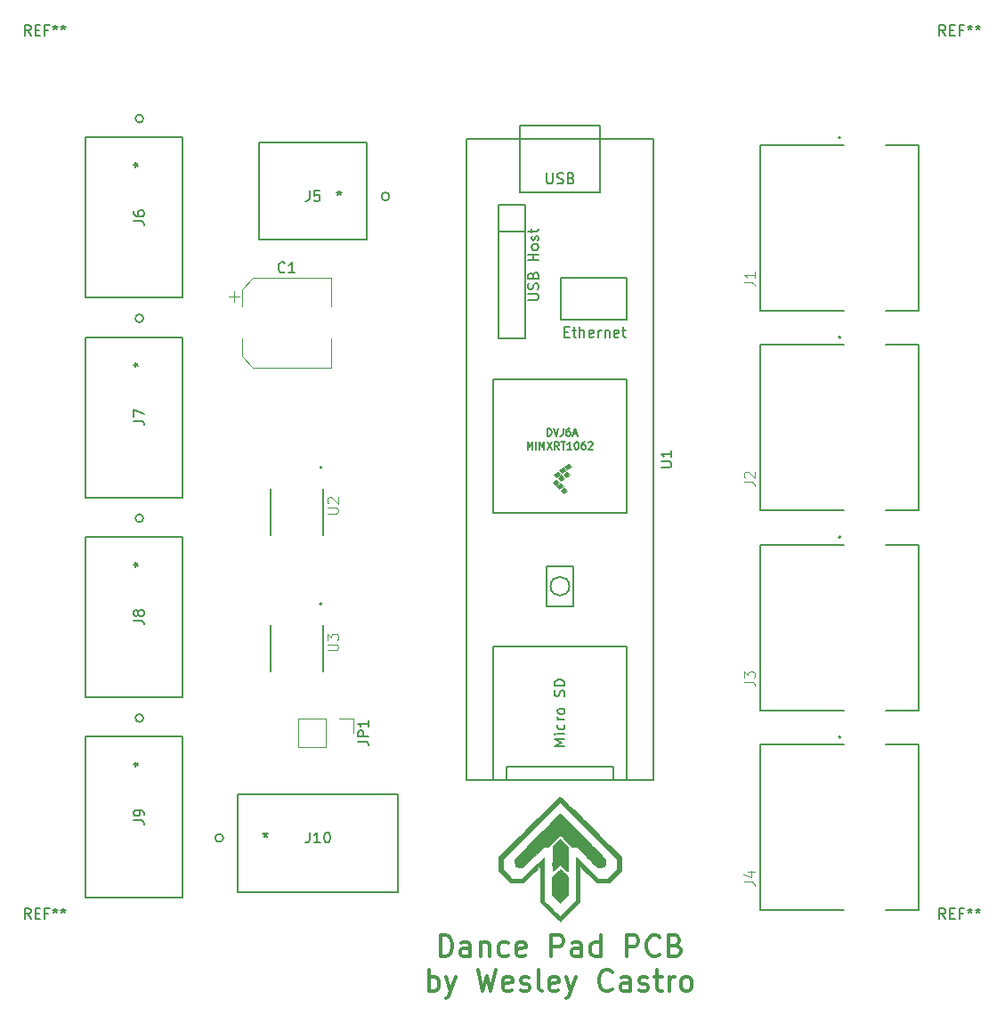
<source format=gbr>
G04 #@! TF.GenerationSoftware,KiCad,Pcbnew,(5.1.7-0-10_14)*
G04 #@! TF.CreationDate,2020-11-21T12:18:44-08:00*
G04 #@! TF.ProjectId,Main PCB,4d61696e-2050-4434-922e-6b696361645f,1*
G04 #@! TF.SameCoordinates,Original*
G04 #@! TF.FileFunction,Legend,Top*
G04 #@! TF.FilePolarity,Positive*
%FSLAX46Y46*%
G04 Gerber Fmt 4.6, Leading zero omitted, Abs format (unit mm)*
G04 Created by KiCad (PCBNEW (5.1.7-0-10_14)) date 2020-11-21 12:18:44*
%MOMM*%
%LPD*%
G01*
G04 APERTURE LIST*
%ADD10C,0.300000*%
%ADD11C,0.120000*%
%ADD12C,0.010000*%
%ADD13C,0.200000*%
%ADD14C,0.127000*%
%ADD15C,0.100000*%
%ADD16C,0.150000*%
%ADD17C,0.152400*%
%ADD18C,0.015000*%
G04 APERTURE END LIST*
D10*
X22619047Y-60254761D02*
X22619047Y-58254761D01*
X23095238Y-58254761D01*
X23380952Y-58350000D01*
X23571428Y-58540476D01*
X23666666Y-58730952D01*
X23761904Y-59111904D01*
X23761904Y-59397619D01*
X23666666Y-59778571D01*
X23571428Y-59969047D01*
X23380952Y-60159523D01*
X23095238Y-60254761D01*
X22619047Y-60254761D01*
X25476190Y-60254761D02*
X25476190Y-59207142D01*
X25380952Y-59016666D01*
X25190476Y-58921428D01*
X24809523Y-58921428D01*
X24619047Y-59016666D01*
X25476190Y-60159523D02*
X25285714Y-60254761D01*
X24809523Y-60254761D01*
X24619047Y-60159523D01*
X24523809Y-59969047D01*
X24523809Y-59778571D01*
X24619047Y-59588095D01*
X24809523Y-59492857D01*
X25285714Y-59492857D01*
X25476190Y-59397619D01*
X26428571Y-58921428D02*
X26428571Y-60254761D01*
X26428571Y-59111904D02*
X26523809Y-59016666D01*
X26714285Y-58921428D01*
X27000000Y-58921428D01*
X27190476Y-59016666D01*
X27285714Y-59207142D01*
X27285714Y-60254761D01*
X29095238Y-60159523D02*
X28904761Y-60254761D01*
X28523809Y-60254761D01*
X28333333Y-60159523D01*
X28238095Y-60064285D01*
X28142857Y-59873809D01*
X28142857Y-59302380D01*
X28238095Y-59111904D01*
X28333333Y-59016666D01*
X28523809Y-58921428D01*
X28904761Y-58921428D01*
X29095238Y-59016666D01*
X30714285Y-60159523D02*
X30523809Y-60254761D01*
X30142857Y-60254761D01*
X29952380Y-60159523D01*
X29857142Y-59969047D01*
X29857142Y-59207142D01*
X29952380Y-59016666D01*
X30142857Y-58921428D01*
X30523809Y-58921428D01*
X30714285Y-59016666D01*
X30809523Y-59207142D01*
X30809523Y-59397619D01*
X29857142Y-59588095D01*
X33190476Y-60254761D02*
X33190476Y-58254761D01*
X33952380Y-58254761D01*
X34142857Y-58350000D01*
X34238095Y-58445238D01*
X34333333Y-58635714D01*
X34333333Y-58921428D01*
X34238095Y-59111904D01*
X34142857Y-59207142D01*
X33952380Y-59302380D01*
X33190476Y-59302380D01*
X36047619Y-60254761D02*
X36047619Y-59207142D01*
X35952380Y-59016666D01*
X35761904Y-58921428D01*
X35380952Y-58921428D01*
X35190476Y-59016666D01*
X36047619Y-60159523D02*
X35857142Y-60254761D01*
X35380952Y-60254761D01*
X35190476Y-60159523D01*
X35095238Y-59969047D01*
X35095238Y-59778571D01*
X35190476Y-59588095D01*
X35380952Y-59492857D01*
X35857142Y-59492857D01*
X36047619Y-59397619D01*
X37857142Y-60254761D02*
X37857142Y-58254761D01*
X37857142Y-60159523D02*
X37666666Y-60254761D01*
X37285714Y-60254761D01*
X37095238Y-60159523D01*
X37000000Y-60064285D01*
X36904761Y-59873809D01*
X36904761Y-59302380D01*
X37000000Y-59111904D01*
X37095238Y-59016666D01*
X37285714Y-58921428D01*
X37666666Y-58921428D01*
X37857142Y-59016666D01*
X40333333Y-60254761D02*
X40333333Y-58254761D01*
X41095238Y-58254761D01*
X41285714Y-58350000D01*
X41380952Y-58445238D01*
X41476190Y-58635714D01*
X41476190Y-58921428D01*
X41380952Y-59111904D01*
X41285714Y-59207142D01*
X41095238Y-59302380D01*
X40333333Y-59302380D01*
X43476190Y-60064285D02*
X43380952Y-60159523D01*
X43095238Y-60254761D01*
X42904761Y-60254761D01*
X42619047Y-60159523D01*
X42428571Y-59969047D01*
X42333333Y-59778571D01*
X42238095Y-59397619D01*
X42238095Y-59111904D01*
X42333333Y-58730952D01*
X42428571Y-58540476D01*
X42619047Y-58350000D01*
X42904761Y-58254761D01*
X43095238Y-58254761D01*
X43380952Y-58350000D01*
X43476190Y-58445238D01*
X45000000Y-59207142D02*
X45285714Y-59302380D01*
X45380952Y-59397619D01*
X45476190Y-59588095D01*
X45476190Y-59873809D01*
X45380952Y-60064285D01*
X45285714Y-60159523D01*
X45095238Y-60254761D01*
X44333333Y-60254761D01*
X44333333Y-58254761D01*
X45000000Y-58254761D01*
X45190476Y-58350000D01*
X45285714Y-58445238D01*
X45380952Y-58635714D01*
X45380952Y-58826190D01*
X45285714Y-59016666D01*
X45190476Y-59111904D01*
X45000000Y-59207142D01*
X44333333Y-59207142D01*
X21523809Y-63554761D02*
X21523809Y-61554761D01*
X21523809Y-62316666D02*
X21714285Y-62221428D01*
X22095238Y-62221428D01*
X22285714Y-62316666D01*
X22380952Y-62411904D01*
X22476190Y-62602380D01*
X22476190Y-63173809D01*
X22380952Y-63364285D01*
X22285714Y-63459523D01*
X22095238Y-63554761D01*
X21714285Y-63554761D01*
X21523809Y-63459523D01*
X23142857Y-62221428D02*
X23619047Y-63554761D01*
X24095238Y-62221428D02*
X23619047Y-63554761D01*
X23428571Y-64030952D01*
X23333333Y-64126190D01*
X23142857Y-64221428D01*
X26190476Y-61554761D02*
X26666666Y-63554761D01*
X27047619Y-62126190D01*
X27428571Y-63554761D01*
X27904761Y-61554761D01*
X29428571Y-63459523D02*
X29238095Y-63554761D01*
X28857142Y-63554761D01*
X28666666Y-63459523D01*
X28571428Y-63269047D01*
X28571428Y-62507142D01*
X28666666Y-62316666D01*
X28857142Y-62221428D01*
X29238095Y-62221428D01*
X29428571Y-62316666D01*
X29523809Y-62507142D01*
X29523809Y-62697619D01*
X28571428Y-62888095D01*
X30285714Y-63459523D02*
X30476190Y-63554761D01*
X30857142Y-63554761D01*
X31047619Y-63459523D01*
X31142857Y-63269047D01*
X31142857Y-63173809D01*
X31047619Y-62983333D01*
X30857142Y-62888095D01*
X30571428Y-62888095D01*
X30380952Y-62792857D01*
X30285714Y-62602380D01*
X30285714Y-62507142D01*
X30380952Y-62316666D01*
X30571428Y-62221428D01*
X30857142Y-62221428D01*
X31047619Y-62316666D01*
X32285714Y-63554761D02*
X32095238Y-63459523D01*
X31999999Y-63269047D01*
X31999999Y-61554761D01*
X33809523Y-63459523D02*
X33619047Y-63554761D01*
X33238095Y-63554761D01*
X33047619Y-63459523D01*
X32952380Y-63269047D01*
X32952380Y-62507142D01*
X33047619Y-62316666D01*
X33238095Y-62221428D01*
X33619047Y-62221428D01*
X33809523Y-62316666D01*
X33904761Y-62507142D01*
X33904761Y-62697619D01*
X32952380Y-62888095D01*
X34571428Y-62221428D02*
X35047619Y-63554761D01*
X35523809Y-62221428D02*
X35047619Y-63554761D01*
X34857142Y-64030952D01*
X34761904Y-64126190D01*
X34571428Y-64221428D01*
X38952380Y-63364285D02*
X38857142Y-63459523D01*
X38571428Y-63554761D01*
X38380952Y-63554761D01*
X38095238Y-63459523D01*
X37904761Y-63269047D01*
X37809523Y-63078571D01*
X37714285Y-62697619D01*
X37714285Y-62411904D01*
X37809523Y-62030952D01*
X37904761Y-61840476D01*
X38095238Y-61650000D01*
X38380952Y-61554761D01*
X38571428Y-61554761D01*
X38857142Y-61650000D01*
X38952380Y-61745238D01*
X40666666Y-63554761D02*
X40666666Y-62507142D01*
X40571428Y-62316666D01*
X40380952Y-62221428D01*
X40000000Y-62221428D01*
X39809523Y-62316666D01*
X40666666Y-63459523D02*
X40476190Y-63554761D01*
X40000000Y-63554761D01*
X39809523Y-63459523D01*
X39714285Y-63269047D01*
X39714285Y-63078571D01*
X39809523Y-62888095D01*
X40000000Y-62792857D01*
X40476190Y-62792857D01*
X40666666Y-62697619D01*
X41523809Y-63459523D02*
X41714285Y-63554761D01*
X42095238Y-63554761D01*
X42285714Y-63459523D01*
X42380952Y-63269047D01*
X42380952Y-63173809D01*
X42285714Y-62983333D01*
X42095238Y-62888095D01*
X41809523Y-62888095D01*
X41619047Y-62792857D01*
X41523809Y-62602380D01*
X41523809Y-62507142D01*
X41619047Y-62316666D01*
X41809523Y-62221428D01*
X42095238Y-62221428D01*
X42285714Y-62316666D01*
X42952380Y-62221428D02*
X43714285Y-62221428D01*
X43238095Y-61554761D02*
X43238095Y-63269047D01*
X43333333Y-63459523D01*
X43523809Y-63554761D01*
X43714285Y-63554761D01*
X44380952Y-63554761D02*
X44380952Y-62221428D01*
X44380952Y-62602380D02*
X44476190Y-62411904D01*
X44571428Y-62316666D01*
X44761904Y-62221428D01*
X44952380Y-62221428D01*
X45904761Y-63554761D02*
X45714285Y-63459523D01*
X45619047Y-63364285D01*
X45523809Y-63173809D01*
X45523809Y-62602380D01*
X45619047Y-62411904D01*
X45714285Y-62316666D01*
X45904761Y-62221428D01*
X46190476Y-62221428D01*
X46380952Y-62316666D01*
X46476190Y-62411904D01*
X46571428Y-62602380D01*
X46571428Y-63173809D01*
X46476190Y-63364285D01*
X46380952Y-63459523D01*
X46190476Y-63554761D01*
X45904761Y-63554761D01*
D11*
X12260000Y-4260000D02*
X12260000Y-1510000D01*
X12260000Y4260000D02*
X12260000Y1510000D01*
X4804437Y4260000D02*
X12260000Y4260000D01*
X4804437Y-4260000D02*
X12260000Y-4260000D01*
X3740000Y-3195563D02*
X3740000Y-1510000D01*
X3740000Y3195563D02*
X3740000Y1510000D01*
X3740000Y3195563D02*
X4804437Y4260000D01*
X3740000Y-3195563D02*
X4804437Y-4260000D01*
X2500000Y2510000D02*
X3500000Y2510000D01*
X3000000Y3010000D02*
X3000000Y2010000D01*
D12*
G36*
X34036043Y-45110611D02*
G01*
X34119708Y-45184362D01*
X34249188Y-45303982D01*
X34421710Y-45466772D01*
X34634498Y-45670035D01*
X34884778Y-45911071D01*
X35169775Y-46187182D01*
X35486714Y-46495670D01*
X35832820Y-46833836D01*
X36205318Y-47198981D01*
X36601435Y-47588408D01*
X37018395Y-47999418D01*
X37453422Y-48429312D01*
X37903744Y-48875391D01*
X38179864Y-49149428D01*
X39842241Y-50800428D01*
X39842121Y-51469075D01*
X39842000Y-52137721D01*
X39290164Y-52693718D01*
X38738328Y-53249714D01*
X37469059Y-53249714D01*
X36685969Y-52469571D01*
X36490061Y-52275224D01*
X36310377Y-52098548D01*
X36153397Y-51945790D01*
X36025600Y-51823197D01*
X35933466Y-51737016D01*
X35883476Y-51693494D01*
X35876726Y-51689428D01*
X35871462Y-51724536D01*
X35866553Y-51825145D01*
X35862105Y-51984188D01*
X35858227Y-52194595D01*
X35855027Y-52449297D01*
X35852613Y-52741226D01*
X35851092Y-53063312D01*
X35850572Y-53403120D01*
X35850572Y-55116812D01*
X34951692Y-56015691D01*
X34740553Y-56225353D01*
X34544033Y-56417673D01*
X34368340Y-56586792D01*
X34219685Y-56726848D01*
X34104278Y-56831979D01*
X34028329Y-56896324D01*
X33999376Y-56914571D01*
X33962088Y-56889693D01*
X33880088Y-56818971D01*
X33759577Y-56708272D01*
X33606761Y-56563465D01*
X33427841Y-56390416D01*
X33229022Y-56194994D01*
X33048044Y-56014707D01*
X32150149Y-55114842D01*
X32140717Y-53393064D01*
X32131286Y-51671285D01*
X31330352Y-52460500D01*
X30529418Y-53249714D01*
X29261672Y-53249714D01*
X28709836Y-52693718D01*
X28158000Y-52137721D01*
X28158000Y-51023214D01*
X28585151Y-51023214D01*
X28587572Y-51508268D01*
X28589992Y-51993321D01*
X29017500Y-52421946D01*
X29445009Y-52850571D01*
X30408033Y-52850571D01*
X31409447Y-51861785D01*
X31632677Y-51642398D01*
X31840712Y-51439913D01*
X32027731Y-51259851D01*
X32187911Y-51107732D01*
X32315430Y-50989074D01*
X32404465Y-50909396D01*
X32449195Y-50874219D01*
X32452502Y-50873000D01*
X32462136Y-50893585D01*
X32470569Y-50957763D01*
X32477891Y-51069163D01*
X32484193Y-51231417D01*
X32489565Y-51448155D01*
X32494098Y-51723007D01*
X32497882Y-52059605D01*
X32501007Y-52461580D01*
X32503521Y-52923125D01*
X32512898Y-54973250D01*
X33247046Y-55708053D01*
X33435994Y-55896560D01*
X33608180Y-56067177D01*
X33757001Y-56213455D01*
X33875855Y-56328943D01*
X33958137Y-56407192D01*
X33997245Y-56441753D01*
X33999344Y-56442857D01*
X34028665Y-56418214D01*
X34102575Y-56348579D01*
X34214468Y-56240396D01*
X34357734Y-56100108D01*
X34525768Y-55934155D01*
X34711961Y-55748983D01*
X34752605Y-55708403D01*
X35487714Y-54973949D01*
X35487714Y-52936428D01*
X35487865Y-52497821D01*
X35488423Y-52126233D01*
X35489546Y-51816113D01*
X35491391Y-51561910D01*
X35494116Y-51358070D01*
X35497879Y-51199044D01*
X35502838Y-51079279D01*
X35509151Y-50993224D01*
X35516974Y-50935328D01*
X35526466Y-50900037D01*
X35537786Y-50881802D01*
X35546247Y-50876446D01*
X35578826Y-50886578D01*
X35643225Y-50932329D01*
X35742398Y-51016412D01*
X35879297Y-51141540D01*
X36056873Y-51310424D01*
X36278080Y-51525778D01*
X36545868Y-51790315D01*
X36607605Y-51851680D01*
X37610429Y-52849375D01*
X38082143Y-52849323D01*
X38553857Y-52849272D01*
X38998357Y-52413565D01*
X39442857Y-51977857D01*
X39442857Y-51017961D01*
X36730500Y-48306060D01*
X34018143Y-45594158D01*
X28585151Y-51023214D01*
X28158000Y-51023214D01*
X28158000Y-50801114D01*
X28947214Y-50021425D01*
X29305478Y-49667708D01*
X29714761Y-49264031D01*
X30174235Y-48811211D01*
X30683071Y-48310063D01*
X31240439Y-47761405D01*
X31845509Y-47166053D01*
X32497454Y-46524824D01*
X32883047Y-46145667D01*
X33114993Y-45918519D01*
X33331701Y-45708033D01*
X33527575Y-45519518D01*
X33697016Y-45358283D01*
X33834428Y-45229636D01*
X33934212Y-45138887D01*
X33990771Y-45091344D01*
X34000969Y-45085428D01*
X34036043Y-45110611D01*
G37*
X34036043Y-45110611D02*
X34119708Y-45184362D01*
X34249188Y-45303982D01*
X34421710Y-45466772D01*
X34634498Y-45670035D01*
X34884778Y-45911071D01*
X35169775Y-46187182D01*
X35486714Y-46495670D01*
X35832820Y-46833836D01*
X36205318Y-47198981D01*
X36601435Y-47588408D01*
X37018395Y-47999418D01*
X37453422Y-48429312D01*
X37903744Y-48875391D01*
X38179864Y-49149428D01*
X39842241Y-50800428D01*
X39842121Y-51469075D01*
X39842000Y-52137721D01*
X39290164Y-52693718D01*
X38738328Y-53249714D01*
X37469059Y-53249714D01*
X36685969Y-52469571D01*
X36490061Y-52275224D01*
X36310377Y-52098548D01*
X36153397Y-51945790D01*
X36025600Y-51823197D01*
X35933466Y-51737016D01*
X35883476Y-51693494D01*
X35876726Y-51689428D01*
X35871462Y-51724536D01*
X35866553Y-51825145D01*
X35862105Y-51984188D01*
X35858227Y-52194595D01*
X35855027Y-52449297D01*
X35852613Y-52741226D01*
X35851092Y-53063312D01*
X35850572Y-53403120D01*
X35850572Y-55116812D01*
X34951692Y-56015691D01*
X34740553Y-56225353D01*
X34544033Y-56417673D01*
X34368340Y-56586792D01*
X34219685Y-56726848D01*
X34104278Y-56831979D01*
X34028329Y-56896324D01*
X33999376Y-56914571D01*
X33962088Y-56889693D01*
X33880088Y-56818971D01*
X33759577Y-56708272D01*
X33606761Y-56563465D01*
X33427841Y-56390416D01*
X33229022Y-56194994D01*
X33048044Y-56014707D01*
X32150149Y-55114842D01*
X32140717Y-53393064D01*
X32131286Y-51671285D01*
X31330352Y-52460500D01*
X30529418Y-53249714D01*
X29261672Y-53249714D01*
X28709836Y-52693718D01*
X28158000Y-52137721D01*
X28158000Y-51023214D01*
X28585151Y-51023214D01*
X28587572Y-51508268D01*
X28589992Y-51993321D01*
X29017500Y-52421946D01*
X29445009Y-52850571D01*
X30408033Y-52850571D01*
X31409447Y-51861785D01*
X31632677Y-51642398D01*
X31840712Y-51439913D01*
X32027731Y-51259851D01*
X32187911Y-51107732D01*
X32315430Y-50989074D01*
X32404465Y-50909396D01*
X32449195Y-50874219D01*
X32452502Y-50873000D01*
X32462136Y-50893585D01*
X32470569Y-50957763D01*
X32477891Y-51069163D01*
X32484193Y-51231417D01*
X32489565Y-51448155D01*
X32494098Y-51723007D01*
X32497882Y-52059605D01*
X32501007Y-52461580D01*
X32503521Y-52923125D01*
X32512898Y-54973250D01*
X33247046Y-55708053D01*
X33435994Y-55896560D01*
X33608180Y-56067177D01*
X33757001Y-56213455D01*
X33875855Y-56328943D01*
X33958137Y-56407192D01*
X33997245Y-56441753D01*
X33999344Y-56442857D01*
X34028665Y-56418214D01*
X34102575Y-56348579D01*
X34214468Y-56240396D01*
X34357734Y-56100108D01*
X34525768Y-55934155D01*
X34711961Y-55748983D01*
X34752605Y-55708403D01*
X35487714Y-54973949D01*
X35487714Y-52936428D01*
X35487865Y-52497821D01*
X35488423Y-52126233D01*
X35489546Y-51816113D01*
X35491391Y-51561910D01*
X35494116Y-51358070D01*
X35497879Y-51199044D01*
X35502838Y-51079279D01*
X35509151Y-50993224D01*
X35516974Y-50935328D01*
X35526466Y-50900037D01*
X35537786Y-50881802D01*
X35546247Y-50876446D01*
X35578826Y-50886578D01*
X35643225Y-50932329D01*
X35742398Y-51016412D01*
X35879297Y-51141540D01*
X36056873Y-51310424D01*
X36278080Y-51525778D01*
X36545868Y-51790315D01*
X36607605Y-51851680D01*
X37610429Y-52849375D01*
X38082143Y-52849323D01*
X38553857Y-52849272D01*
X38998357Y-52413565D01*
X39442857Y-51977857D01*
X39442857Y-51017961D01*
X36730500Y-48306060D01*
X34018143Y-45594158D01*
X28585151Y-51023214D01*
X28158000Y-51023214D01*
X28158000Y-50801114D01*
X28947214Y-50021425D01*
X29305478Y-49667708D01*
X29714761Y-49264031D01*
X30174235Y-48811211D01*
X30683071Y-48310063D01*
X31240439Y-47761405D01*
X31845509Y-47166053D01*
X32497454Y-46524824D01*
X32883047Y-46145667D01*
X33114993Y-45918519D01*
X33331701Y-45708033D01*
X33527575Y-45519518D01*
X33697016Y-45358283D01*
X33834428Y-45229636D01*
X33934212Y-45138887D01*
X33990771Y-45091344D01*
X34000969Y-45085428D01*
X34036043Y-45110611D01*
G36*
X34059002Y-52004326D02*
G01*
X34136871Y-52071853D01*
X34244388Y-52172835D01*
X34371259Y-52297812D01*
X34412348Y-52339375D01*
X34765708Y-52699037D01*
X34754783Y-53564018D01*
X34743857Y-54429000D01*
X34375475Y-54796035D01*
X34007092Y-55163070D01*
X33640689Y-54795415D01*
X33274286Y-54427761D01*
X33274286Y-52685924D01*
X33628721Y-52332819D01*
X33760344Y-52204294D01*
X33875526Y-52096689D01*
X33963821Y-52019403D01*
X34014785Y-51981837D01*
X34021072Y-51979714D01*
X34059002Y-52004326D01*
G37*
X34059002Y-52004326D02*
X34136871Y-52071853D01*
X34244388Y-52172835D01*
X34371259Y-52297812D01*
X34412348Y-52339375D01*
X34765708Y-52699037D01*
X34754783Y-53564018D01*
X34743857Y-54429000D01*
X34375475Y-54796035D01*
X34007092Y-55163070D01*
X33640689Y-54795415D01*
X33274286Y-54427761D01*
X33274286Y-52685924D01*
X33628721Y-52332819D01*
X33760344Y-52204294D01*
X33875526Y-52096689D01*
X33963821Y-52019403D01*
X34014785Y-51981837D01*
X34021072Y-51979714D01*
X34059002Y-52004326D01*
G36*
X34135467Y-49226316D02*
G01*
X34222343Y-49308654D01*
X34338534Y-49424593D01*
X34464282Y-49554267D01*
X34517072Y-49610048D01*
X34762000Y-49871096D01*
X34762000Y-50999115D01*
X34761683Y-51317383D01*
X34760473Y-51570592D01*
X34757985Y-51766252D01*
X34753831Y-51911873D01*
X34747624Y-52014965D01*
X34738978Y-52083038D01*
X34727507Y-52123604D01*
X34712823Y-52144171D01*
X34702748Y-52149871D01*
X34656104Y-52141491D01*
X34578375Y-52088439D01*
X34464409Y-51986633D01*
X34334933Y-51858447D01*
X34214187Y-51737335D01*
X34111633Y-51637894D01*
X34037904Y-51570195D01*
X34003631Y-51544311D01*
X34003312Y-51544285D01*
X33970238Y-51568546D01*
X33897189Y-51634614D01*
X33794936Y-51732418D01*
X33674251Y-51851887D01*
X33673429Y-51852714D01*
X33550212Y-51972780D01*
X33442217Y-52071010D01*
X33361171Y-52137198D01*
X33319017Y-52161142D01*
X33305678Y-52148855D01*
X33295259Y-52107692D01*
X33287559Y-52031198D01*
X33282374Y-51912921D01*
X33279501Y-51746407D01*
X33278739Y-51525203D01*
X33279883Y-51242854D01*
X33281930Y-50980401D01*
X33292429Y-49799660D01*
X33645609Y-49451646D01*
X33998790Y-49103632D01*
X34135467Y-49226316D01*
G37*
X34135467Y-49226316D02*
X34222343Y-49308654D01*
X34338534Y-49424593D01*
X34464282Y-49554267D01*
X34517072Y-49610048D01*
X34762000Y-49871096D01*
X34762000Y-50999115D01*
X34761683Y-51317383D01*
X34760473Y-51570592D01*
X34757985Y-51766252D01*
X34753831Y-51911873D01*
X34747624Y-52014965D01*
X34738978Y-52083038D01*
X34727507Y-52123604D01*
X34712823Y-52144171D01*
X34702748Y-52149871D01*
X34656104Y-52141491D01*
X34578375Y-52088439D01*
X34464409Y-51986633D01*
X34334933Y-51858447D01*
X34214187Y-51737335D01*
X34111633Y-51637894D01*
X34037904Y-51570195D01*
X34003631Y-51544311D01*
X34003312Y-51544285D01*
X33970238Y-51568546D01*
X33897189Y-51634614D01*
X33794936Y-51732418D01*
X33674251Y-51851887D01*
X33673429Y-51852714D01*
X33550212Y-51972780D01*
X33442217Y-52071010D01*
X33361171Y-52137198D01*
X33319017Y-52161142D01*
X33305678Y-52148855D01*
X33295259Y-52107692D01*
X33287559Y-52031198D01*
X33282374Y-51912921D01*
X33279501Y-51746407D01*
X33278739Y-51525203D01*
X33279883Y-51242854D01*
X33281930Y-50980401D01*
X33292429Y-49799660D01*
X33645609Y-49451646D01*
X33998790Y-49103632D01*
X34135467Y-49226316D01*
G36*
X34038328Y-46699562D02*
G01*
X34075481Y-46727500D01*
X34131424Y-46775683D01*
X34208547Y-46846495D01*
X34309238Y-46942322D01*
X34435888Y-47065549D01*
X34590886Y-47218561D01*
X34776621Y-47403744D01*
X34995483Y-47623483D01*
X35249861Y-47880163D01*
X35542144Y-48176170D01*
X35874721Y-48513889D01*
X36249983Y-48895705D01*
X36670319Y-49324003D01*
X37138117Y-49801170D01*
X37297009Y-49963330D01*
X38325493Y-51013089D01*
X38300501Y-51324044D01*
X38284345Y-51470977D01*
X38263028Y-51592119D01*
X38240336Y-51667596D01*
X38232790Y-51679525D01*
X38176304Y-51706038D01*
X38069429Y-51733439D01*
X37934222Y-51758372D01*
X37792740Y-51777483D01*
X37667043Y-51787418D01*
X37579187Y-51784821D01*
X37563945Y-51781248D01*
X37524858Y-51751510D01*
X37440731Y-51676067D01*
X37317636Y-51560736D01*
X37161641Y-51411334D01*
X36978818Y-51233678D01*
X36775234Y-51033586D01*
X36556962Y-50816875D01*
X36540000Y-50799946D01*
X35578429Y-49839856D01*
X35336994Y-49839357D01*
X35095560Y-49838857D01*
X34753641Y-49485071D01*
X34604987Y-49330542D01*
X34453722Y-49172075D01*
X34317646Y-49028390D01*
X34215411Y-48919122D01*
X34019100Y-48706959D01*
X32929572Y-49839673D01*
X32693715Y-49840404D01*
X32457857Y-49841135D01*
X31783257Y-50502210D01*
X31487849Y-50791723D01*
X31239782Y-51034625D01*
X31034471Y-51235000D01*
X30867328Y-51396932D01*
X30733767Y-51524505D01*
X30629201Y-51621804D01*
X30549042Y-51692914D01*
X30488705Y-51741918D01*
X30443603Y-51772900D01*
X30409148Y-51789945D01*
X30380754Y-51797137D01*
X30353835Y-51798561D01*
X30327720Y-51798285D01*
X30239422Y-51794416D01*
X30189165Y-51784948D01*
X30186976Y-51783436D01*
X30144794Y-51772539D01*
X30055880Y-51762292D01*
X30008572Y-51758902D01*
X29899903Y-51746352D01*
X29819987Y-51726266D01*
X29803301Y-51717677D01*
X29777656Y-51667093D01*
X29753255Y-51567330D01*
X29737892Y-51460998D01*
X29721982Y-51322105D01*
X29705260Y-51197609D01*
X29694799Y-51133556D01*
X29692873Y-51102119D01*
X29702289Y-51065840D01*
X29727995Y-51018973D01*
X29774937Y-50955772D01*
X29848063Y-50870490D01*
X29952321Y-50757381D01*
X30092658Y-50610699D01*
X30274021Y-50424697D01*
X30501358Y-50193631D01*
X30522707Y-50171984D01*
X30861711Y-49827987D01*
X31223875Y-49459916D01*
X31599434Y-49077728D01*
X31978626Y-48691382D01*
X32351685Y-48310834D01*
X32708848Y-47946043D01*
X33040351Y-47606967D01*
X33336429Y-47303562D01*
X33492749Y-47143053D01*
X33674476Y-46959527D01*
X33813636Y-46826769D01*
X33915068Y-46740599D01*
X33983609Y-46696836D01*
X34017577Y-46689482D01*
X34038328Y-46699562D01*
G37*
X34038328Y-46699562D02*
X34075481Y-46727500D01*
X34131424Y-46775683D01*
X34208547Y-46846495D01*
X34309238Y-46942322D01*
X34435888Y-47065549D01*
X34590886Y-47218561D01*
X34776621Y-47403744D01*
X34995483Y-47623483D01*
X35249861Y-47880163D01*
X35542144Y-48176170D01*
X35874721Y-48513889D01*
X36249983Y-48895705D01*
X36670319Y-49324003D01*
X37138117Y-49801170D01*
X37297009Y-49963330D01*
X38325493Y-51013089D01*
X38300501Y-51324044D01*
X38284345Y-51470977D01*
X38263028Y-51592119D01*
X38240336Y-51667596D01*
X38232790Y-51679525D01*
X38176304Y-51706038D01*
X38069429Y-51733439D01*
X37934222Y-51758372D01*
X37792740Y-51777483D01*
X37667043Y-51787418D01*
X37579187Y-51784821D01*
X37563945Y-51781248D01*
X37524858Y-51751510D01*
X37440731Y-51676067D01*
X37317636Y-51560736D01*
X37161641Y-51411334D01*
X36978818Y-51233678D01*
X36775234Y-51033586D01*
X36556962Y-50816875D01*
X36540000Y-50799946D01*
X35578429Y-49839856D01*
X35336994Y-49839357D01*
X35095560Y-49838857D01*
X34753641Y-49485071D01*
X34604987Y-49330542D01*
X34453722Y-49172075D01*
X34317646Y-49028390D01*
X34215411Y-48919122D01*
X34019100Y-48706959D01*
X32929572Y-49839673D01*
X32693715Y-49840404D01*
X32457857Y-49841135D01*
X31783257Y-50502210D01*
X31487849Y-50791723D01*
X31239782Y-51034625D01*
X31034471Y-51235000D01*
X30867328Y-51396932D01*
X30733767Y-51524505D01*
X30629201Y-51621804D01*
X30549042Y-51692914D01*
X30488705Y-51741918D01*
X30443603Y-51772900D01*
X30409148Y-51789945D01*
X30380754Y-51797137D01*
X30353835Y-51798561D01*
X30327720Y-51798285D01*
X30239422Y-51794416D01*
X30189165Y-51784948D01*
X30186976Y-51783436D01*
X30144794Y-51772539D01*
X30055880Y-51762292D01*
X30008572Y-51758902D01*
X29899903Y-51746352D01*
X29819987Y-51726266D01*
X29803301Y-51717677D01*
X29777656Y-51667093D01*
X29753255Y-51567330D01*
X29737892Y-51460998D01*
X29721982Y-51322105D01*
X29705260Y-51197609D01*
X29694799Y-51133556D01*
X29692873Y-51102119D01*
X29702289Y-51065840D01*
X29727995Y-51018973D01*
X29774937Y-50955772D01*
X29848063Y-50870490D01*
X29952321Y-50757381D01*
X30092658Y-50610699D01*
X30274021Y-50424697D01*
X30501358Y-50193631D01*
X30522707Y-50171984D01*
X30861711Y-49827987D01*
X31223875Y-49459916D01*
X31599434Y-49077728D01*
X31978626Y-48691382D01*
X32351685Y-48310834D01*
X32708848Y-47946043D01*
X33040351Y-47606967D01*
X33336429Y-47303562D01*
X33492749Y-47143053D01*
X33674476Y-46959527D01*
X33813636Y-46826769D01*
X33915068Y-46740599D01*
X33983609Y-46696836D01*
X34017577Y-46689482D01*
X34038328Y-46699562D01*
D13*
X11360000Y-26760000D02*
G75*
G03*
X11360000Y-26760000I-100000J0D01*
G01*
D14*
X11500000Y-28800000D02*
X11500000Y-33200000D01*
X6500000Y-28800000D02*
X6500000Y-33200000D01*
D13*
X11360000Y-13760000D02*
G75*
G03*
X11360000Y-13760000I-100000J0D01*
G01*
D14*
X11500000Y-15800000D02*
X11500000Y-20200000D01*
X6500000Y-15800000D02*
X6500000Y-20200000D01*
D15*
G36*
X34307000Y-16197000D02*
G01*
X34053000Y-15943000D01*
X34434000Y-15689000D01*
X34688000Y-15943000D01*
X34307000Y-16197000D01*
G37*
X34307000Y-16197000D02*
X34053000Y-15943000D01*
X34434000Y-15689000D01*
X34688000Y-15943000D01*
X34307000Y-16197000D01*
G36*
X33926000Y-15816000D02*
G01*
X33672000Y-15562000D01*
X34053000Y-15308000D01*
X34307000Y-15562000D01*
X33926000Y-15816000D01*
G37*
X33926000Y-15816000D02*
X33672000Y-15562000D01*
X34053000Y-15308000D01*
X34307000Y-15562000D01*
X33926000Y-15816000D01*
G36*
X34688000Y-13911000D02*
G01*
X34434000Y-13657000D01*
X34815000Y-13403000D01*
X35069000Y-13657000D01*
X34688000Y-13911000D01*
G37*
X34688000Y-13911000D02*
X34434000Y-13657000D01*
X34815000Y-13403000D01*
X35069000Y-13657000D01*
X34688000Y-13911000D01*
G36*
X34180000Y-14292000D02*
G01*
X33926000Y-14038000D01*
X34307000Y-13784000D01*
X34561000Y-14038000D01*
X34180000Y-14292000D01*
G37*
X34180000Y-14292000D02*
X33926000Y-14038000D01*
X34307000Y-13784000D01*
X34561000Y-14038000D01*
X34180000Y-14292000D01*
G36*
X33672000Y-14673000D02*
G01*
X33418000Y-14419000D01*
X33799000Y-14165000D01*
X34053000Y-14419000D01*
X33672000Y-14673000D01*
G37*
X33672000Y-14673000D02*
X33418000Y-14419000D01*
X33799000Y-14165000D01*
X34053000Y-14419000D01*
X33672000Y-14673000D01*
G36*
X34561000Y-14673000D02*
G01*
X34307000Y-14419000D01*
X34688000Y-14165000D01*
X34942000Y-14419000D01*
X34561000Y-14673000D01*
G37*
X34561000Y-14673000D02*
X34307000Y-14419000D01*
X34688000Y-14165000D01*
X34942000Y-14419000D01*
X34561000Y-14673000D01*
G36*
X34053000Y-15054000D02*
G01*
X33799000Y-14800000D01*
X34180000Y-14546000D01*
X34434000Y-14800000D01*
X34053000Y-15054000D01*
G37*
X34053000Y-15054000D02*
X33799000Y-14800000D01*
X34180000Y-14546000D01*
X34434000Y-14800000D01*
X34053000Y-15054000D01*
G36*
X33545000Y-15435000D02*
G01*
X33291000Y-15181000D01*
X33672000Y-14927000D01*
X33926000Y-15181000D01*
X33545000Y-15435000D01*
G37*
X33545000Y-15435000D02*
X33291000Y-15181000D01*
X33672000Y-14927000D01*
X33926000Y-15181000D01*
X33545000Y-15435000D01*
D16*
X25110000Y17480000D02*
X42890000Y17480000D01*
X25110000Y-43480000D02*
X25110000Y17480000D01*
X42890000Y-43480000D02*
X25110000Y-43480000D01*
X42890000Y17480000D02*
X42890000Y-43480000D01*
X30190000Y12400000D02*
X30190000Y17480000D01*
X37810000Y12400000D02*
X37810000Y17480000D01*
X30190000Y12400000D02*
X37810000Y12400000D01*
X37810000Y18750000D02*
X37810000Y17480000D01*
X30190000Y18750000D02*
X37810000Y18750000D01*
X30190000Y17480000D02*
X30190000Y18750000D01*
X40350000Y-43480000D02*
X40350000Y-30780000D01*
X40350000Y-30780000D02*
X27650000Y-30780000D01*
X27650000Y-30780000D02*
X27650000Y-43480000D01*
X39080000Y-43480000D02*
X39080000Y-42210000D01*
X39080000Y-42210000D02*
X28920000Y-42210000D01*
X28920000Y-42210000D02*
X28920000Y-43480000D01*
X35270000Y-26970000D02*
X32730000Y-26970000D01*
X32730000Y-26970000D02*
X32730000Y-23160000D01*
X32730000Y-23160000D02*
X35270000Y-23160000D01*
X35270000Y-23160000D02*
X35270000Y-26970000D01*
X30700800Y11180800D02*
X30700800Y-1519200D01*
X30700800Y-1519200D02*
X28160800Y-1519200D01*
X28160800Y-1519200D02*
X28160800Y11180800D01*
X28160800Y11180800D02*
X30700800Y11180800D01*
X30700800Y11180800D02*
X30700800Y8640800D01*
X30700800Y8640800D02*
X28160800Y8640800D01*
X40101600Y4250000D02*
X34101600Y4250000D01*
X34101600Y4250000D02*
X34101600Y250000D01*
X34101600Y250000D02*
X40351600Y250000D01*
X40351600Y250000D02*
X40351600Y4250000D01*
X40351600Y4250000D02*
X40101600Y4250000D01*
X27650000Y-5380000D02*
X27650000Y-18080000D01*
X27650000Y-18080000D02*
X40350000Y-18080000D01*
X40350000Y-18080000D02*
X40350000Y-5380000D01*
X40350000Y-5380000D02*
X27650000Y-5380000D01*
X34898026Y-25065000D02*
G75*
G03*
X34898026Y-25065000I-898026J0D01*
G01*
D11*
X9130000Y-37670000D02*
X9130000Y-40330000D01*
X11730000Y-37670000D02*
X9130000Y-37670000D01*
X11730000Y-40330000D02*
X9130000Y-40330000D01*
X11730000Y-37670000D02*
X11730000Y-40330000D01*
X13000000Y-37670000D02*
X14330000Y-37670000D01*
X14330000Y-37670000D02*
X14330000Y-39000000D01*
D17*
X3373000Y-54127000D02*
X18627001Y-54127000D01*
X18627001Y-54127000D02*
X18627001Y-44873000D01*
X18627001Y-44873000D02*
X3373000Y-44873000D01*
X3373000Y-44873000D02*
X3373000Y-54127000D01*
X1976000Y-49000000D02*
G75*
G03*
X1976000Y-49000000I-381000J0D01*
G01*
X-11127000Y-39373000D02*
X-11127000Y-54627001D01*
X-11127000Y-54627001D02*
X-1873000Y-54627001D01*
X-1873000Y-54627001D02*
X-1873000Y-39373000D01*
X-1873000Y-39373000D02*
X-11127000Y-39373000D01*
X-5619000Y-37595000D02*
G75*
G03*
X-5619000Y-37595000I-381000J0D01*
G01*
X-11127000Y-20373000D02*
X-11127000Y-35627001D01*
X-11127000Y-35627001D02*
X-1873000Y-35627001D01*
X-1873000Y-35627001D02*
X-1873000Y-20373000D01*
X-1873000Y-20373000D02*
X-11127000Y-20373000D01*
X-5619000Y-18595000D02*
G75*
G03*
X-5619000Y-18595000I-381000J0D01*
G01*
X-11127000Y-1373000D02*
X-11127000Y-16627001D01*
X-11127000Y-16627001D02*
X-1873000Y-16627001D01*
X-1873000Y-16627001D02*
X-1873000Y-1373000D01*
X-1873000Y-1373000D02*
X-11127000Y-1373000D01*
X-5619000Y405000D02*
G75*
G03*
X-5619000Y405000I-381000J0D01*
G01*
X-11127000Y17627000D02*
X-11127000Y2372999D01*
X-11127000Y2372999D02*
X-1873000Y2372999D01*
X-1873000Y2372999D02*
X-1873000Y17627000D01*
X-1873000Y17627000D02*
X-11127000Y17627000D01*
X-5619000Y19405000D02*
G75*
G03*
X-5619000Y19405000I-381000J0D01*
G01*
X15627000Y17127000D02*
X5373000Y17127000D01*
X5373000Y17127000D02*
X5373000Y7873000D01*
X5373000Y7873000D02*
X15627000Y7873000D01*
X15627000Y7873000D02*
X15627000Y17127000D01*
X17786000Y12000000D02*
G75*
G03*
X17786000Y12000000I-381000J0D01*
G01*
D14*
X61030000Y-55875000D02*
X53090000Y-55875000D01*
X53090000Y-55875000D02*
X53090000Y-40125000D01*
X53090000Y-40125000D02*
X61030000Y-40125000D01*
X64970000Y-55875000D02*
X68080000Y-55875000D01*
X68080000Y-55875000D02*
X68080000Y-40125000D01*
X68080000Y-40125000D02*
X64970000Y-40125000D01*
D13*
X60700000Y-39400000D02*
G75*
G03*
X60700000Y-39400000I-100000J0D01*
G01*
D14*
X61030000Y-36875000D02*
X53090000Y-36875000D01*
X53090000Y-36875000D02*
X53090000Y-21125000D01*
X53090000Y-21125000D02*
X61030000Y-21125000D01*
X64970000Y-36875000D02*
X68080000Y-36875000D01*
X68080000Y-36875000D02*
X68080000Y-21125000D01*
X68080000Y-21125000D02*
X64970000Y-21125000D01*
D13*
X60700000Y-20400000D02*
G75*
G03*
X60700000Y-20400000I-100000J0D01*
G01*
D14*
X61030000Y-17875000D02*
X53090000Y-17875000D01*
X53090000Y-17875000D02*
X53090000Y-2125000D01*
X53090000Y-2125000D02*
X61030000Y-2125000D01*
X64970000Y-17875000D02*
X68080000Y-17875000D01*
X68080000Y-17875000D02*
X68080000Y-2125000D01*
X68080000Y-2125000D02*
X64970000Y-2125000D01*
D13*
X60700000Y-1400000D02*
G75*
G03*
X60700000Y-1400000I-100000J0D01*
G01*
D14*
X61030000Y1125000D02*
X53090000Y1125000D01*
X53090000Y1125000D02*
X53090000Y16875000D01*
X53090000Y16875000D02*
X61030000Y16875000D01*
X64970000Y1125000D02*
X68080000Y1125000D01*
X68080000Y1125000D02*
X68080000Y16875000D01*
X68080000Y16875000D02*
X64970000Y16875000D01*
D13*
X60700000Y17600000D02*
G75*
G03*
X60700000Y17600000I-100000J0D01*
G01*
D16*
X7833333Y4842857D02*
X7785714Y4795238D01*
X7642857Y4747619D01*
X7547619Y4747619D01*
X7404761Y4795238D01*
X7309523Y4890476D01*
X7261904Y4985714D01*
X7214285Y5176190D01*
X7214285Y5319047D01*
X7261904Y5509523D01*
X7309523Y5604761D01*
X7404761Y5700000D01*
X7547619Y5747619D01*
X7642857Y5747619D01*
X7785714Y5700000D01*
X7833333Y5652380D01*
X8785714Y4747619D02*
X8214285Y4747619D01*
X8500000Y4747619D02*
X8500000Y5747619D01*
X8404761Y5604761D01*
X8309523Y5509523D01*
X8214285Y5461904D01*
X-16333333Y-56702380D02*
X-16666666Y-56226190D01*
X-16904761Y-56702380D02*
X-16904761Y-55702380D01*
X-16523809Y-55702380D01*
X-16428571Y-55750000D01*
X-16380952Y-55797619D01*
X-16333333Y-55892857D01*
X-16333333Y-56035714D01*
X-16380952Y-56130952D01*
X-16428571Y-56178571D01*
X-16523809Y-56226190D01*
X-16904761Y-56226190D01*
X-15904761Y-56178571D02*
X-15571428Y-56178571D01*
X-15428571Y-56702380D02*
X-15904761Y-56702380D01*
X-15904761Y-55702380D01*
X-15428571Y-55702380D01*
X-14666666Y-56178571D02*
X-15000000Y-56178571D01*
X-15000000Y-56702380D02*
X-15000000Y-55702380D01*
X-14523809Y-55702380D01*
X-14000000Y-55702380D02*
X-14000000Y-55940476D01*
X-14238095Y-55845238D02*
X-14000000Y-55940476D01*
X-13761904Y-55845238D01*
X-14142857Y-56130952D02*
X-14000000Y-55940476D01*
X-13857142Y-56130952D01*
X-13238095Y-55702380D02*
X-13238095Y-55940476D01*
X-13476190Y-55845238D02*
X-13238095Y-55940476D01*
X-13000000Y-55845238D01*
X-13380952Y-56130952D02*
X-13238095Y-55940476D01*
X-13095238Y-56130952D01*
X70666666Y-56702380D02*
X70333333Y-56226190D01*
X70095238Y-56702380D02*
X70095238Y-55702380D01*
X70476190Y-55702380D01*
X70571428Y-55750000D01*
X70619047Y-55797619D01*
X70666666Y-55892857D01*
X70666666Y-56035714D01*
X70619047Y-56130952D01*
X70571428Y-56178571D01*
X70476190Y-56226190D01*
X70095238Y-56226190D01*
X71095238Y-56178571D02*
X71428571Y-56178571D01*
X71571428Y-56702380D02*
X71095238Y-56702380D01*
X71095238Y-55702380D01*
X71571428Y-55702380D01*
X72333333Y-56178571D02*
X72000000Y-56178571D01*
X72000000Y-56702380D02*
X72000000Y-55702380D01*
X72476190Y-55702380D01*
X73000000Y-55702380D02*
X73000000Y-55940476D01*
X72761904Y-55845238D02*
X73000000Y-55940476D01*
X73238095Y-55845238D01*
X72857142Y-56130952D02*
X73000000Y-55940476D01*
X73142857Y-56130952D01*
X73761904Y-55702380D02*
X73761904Y-55940476D01*
X73523809Y-55845238D02*
X73761904Y-55940476D01*
X74000000Y-55845238D01*
X73619047Y-56130952D02*
X73761904Y-55940476D01*
X73904761Y-56130952D01*
X70666666Y27297619D02*
X70333333Y27773809D01*
X70095238Y27297619D02*
X70095238Y28297619D01*
X70476190Y28297619D01*
X70571428Y28250000D01*
X70619047Y28202380D01*
X70666666Y28107142D01*
X70666666Y27964285D01*
X70619047Y27869047D01*
X70571428Y27821428D01*
X70476190Y27773809D01*
X70095238Y27773809D01*
X71095238Y27821428D02*
X71428571Y27821428D01*
X71571428Y27297619D02*
X71095238Y27297619D01*
X71095238Y28297619D01*
X71571428Y28297619D01*
X72333333Y27821428D02*
X72000000Y27821428D01*
X72000000Y27297619D02*
X72000000Y28297619D01*
X72476190Y28297619D01*
X73000000Y28297619D02*
X73000000Y28059523D01*
X72761904Y28154761D02*
X73000000Y28059523D01*
X73238095Y28154761D01*
X72857142Y27869047D02*
X73000000Y28059523D01*
X73142857Y27869047D01*
X73761904Y28297619D02*
X73761904Y28059523D01*
X73523809Y28154761D02*
X73761904Y28059523D01*
X74000000Y28154761D01*
X73619047Y27869047D02*
X73761904Y28059523D01*
X73904761Y27869047D01*
X-16333333Y27297619D02*
X-16666666Y27773809D01*
X-16904761Y27297619D02*
X-16904761Y28297619D01*
X-16523809Y28297619D01*
X-16428571Y28250000D01*
X-16380952Y28202380D01*
X-16333333Y28107142D01*
X-16333333Y27964285D01*
X-16380952Y27869047D01*
X-16428571Y27821428D01*
X-16523809Y27773809D01*
X-16904761Y27773809D01*
X-15904761Y27821428D02*
X-15571428Y27821428D01*
X-15428571Y27297619D02*
X-15904761Y27297619D01*
X-15904761Y28297619D01*
X-15428571Y28297619D01*
X-14666666Y27821428D02*
X-15000000Y27821428D01*
X-15000000Y27297619D02*
X-15000000Y28297619D01*
X-14523809Y28297619D01*
X-14000000Y28297619D02*
X-14000000Y28059523D01*
X-14238095Y28154761D02*
X-14000000Y28059523D01*
X-13761904Y28154761D01*
X-14142857Y27869047D02*
X-14000000Y28059523D01*
X-13857142Y27869047D01*
X-13238095Y28297619D02*
X-13238095Y28059523D01*
X-13476190Y28154761D02*
X-13238095Y28059523D01*
X-13000000Y28154761D01*
X-13380952Y27869047D02*
X-13238095Y28059523D01*
X-13095238Y27869047D01*
D18*
X11887380Y-31166904D02*
X12696904Y-31166904D01*
X12792142Y-31119285D01*
X12839761Y-31071666D01*
X12887380Y-30976428D01*
X12887380Y-30785952D01*
X12839761Y-30690714D01*
X12792142Y-30643095D01*
X12696904Y-30595476D01*
X11887380Y-30595476D01*
X11887380Y-30214523D02*
X11887380Y-29595476D01*
X12268333Y-29928809D01*
X12268333Y-29785952D01*
X12315952Y-29690714D01*
X12363571Y-29643095D01*
X12458809Y-29595476D01*
X12696904Y-29595476D01*
X12792142Y-29643095D01*
X12839761Y-29690714D01*
X12887380Y-29785952D01*
X12887380Y-30071666D01*
X12839761Y-30166904D01*
X12792142Y-30214523D01*
X11887380Y-18166904D02*
X12696904Y-18166904D01*
X12792142Y-18119285D01*
X12839761Y-18071666D01*
X12887380Y-17976428D01*
X12887380Y-17785952D01*
X12839761Y-17690714D01*
X12792142Y-17643095D01*
X12696904Y-17595476D01*
X11887380Y-17595476D01*
X11982619Y-17166904D02*
X11935000Y-17119285D01*
X11887380Y-17024047D01*
X11887380Y-16785952D01*
X11935000Y-16690714D01*
X11982619Y-16643095D01*
X12077857Y-16595476D01*
X12173095Y-16595476D01*
X12315952Y-16643095D01*
X12887380Y-17214523D01*
X12887380Y-16595476D01*
D16*
X43612380Y-13761904D02*
X44421904Y-13761904D01*
X44517142Y-13714285D01*
X44564761Y-13666666D01*
X44612380Y-13571428D01*
X44612380Y-13380952D01*
X44564761Y-13285714D01*
X44517142Y-13238095D01*
X44421904Y-13190476D01*
X43612380Y-13190476D01*
X44612380Y-12190476D02*
X44612380Y-12761904D01*
X44612380Y-12476190D02*
X43612380Y-12476190D01*
X43755238Y-12571428D01*
X43850476Y-12666666D01*
X43898095Y-12761904D01*
X30963180Y2156276D02*
X31772704Y2156276D01*
X31867942Y2203895D01*
X31915561Y2251514D01*
X31963180Y2346752D01*
X31963180Y2537228D01*
X31915561Y2632466D01*
X31867942Y2680085D01*
X31772704Y2727704D01*
X30963180Y2727704D01*
X31915561Y3156276D02*
X31963180Y3299133D01*
X31963180Y3537228D01*
X31915561Y3632466D01*
X31867942Y3680085D01*
X31772704Y3727704D01*
X31677466Y3727704D01*
X31582228Y3680085D01*
X31534609Y3632466D01*
X31486990Y3537228D01*
X31439371Y3346752D01*
X31391752Y3251514D01*
X31344133Y3203895D01*
X31248895Y3156276D01*
X31153657Y3156276D01*
X31058419Y3203895D01*
X31010800Y3251514D01*
X30963180Y3346752D01*
X30963180Y3584847D01*
X31010800Y3727704D01*
X31439371Y4489609D02*
X31486990Y4632466D01*
X31534609Y4680085D01*
X31629847Y4727704D01*
X31772704Y4727704D01*
X31867942Y4680085D01*
X31915561Y4632466D01*
X31963180Y4537228D01*
X31963180Y4156276D01*
X30963180Y4156276D01*
X30963180Y4489609D01*
X31010800Y4584847D01*
X31058419Y4632466D01*
X31153657Y4680085D01*
X31248895Y4680085D01*
X31344133Y4632466D01*
X31391752Y4584847D01*
X31439371Y4489609D01*
X31439371Y4156276D01*
X31963180Y5918180D02*
X30963180Y5918180D01*
X31439371Y5918180D02*
X31439371Y6489609D01*
X31963180Y6489609D02*
X30963180Y6489609D01*
X31963180Y7108657D02*
X31915561Y7013419D01*
X31867942Y6965800D01*
X31772704Y6918180D01*
X31486990Y6918180D01*
X31391752Y6965800D01*
X31344133Y7013419D01*
X31296514Y7108657D01*
X31296514Y7251514D01*
X31344133Y7346752D01*
X31391752Y7394371D01*
X31486990Y7441990D01*
X31772704Y7441990D01*
X31867942Y7394371D01*
X31915561Y7346752D01*
X31963180Y7251514D01*
X31963180Y7108657D01*
X31915561Y7822942D02*
X31963180Y7918180D01*
X31963180Y8108657D01*
X31915561Y8203895D01*
X31820323Y8251514D01*
X31772704Y8251514D01*
X31677466Y8203895D01*
X31629847Y8108657D01*
X31629847Y7965800D01*
X31582228Y7870561D01*
X31486990Y7822942D01*
X31439371Y7822942D01*
X31344133Y7870561D01*
X31296514Y7965800D01*
X31296514Y8108657D01*
X31344133Y8203895D01*
X31296514Y8537228D02*
X31296514Y8918180D01*
X30963180Y8680085D02*
X31820323Y8680085D01*
X31915561Y8727704D01*
X31963180Y8822942D01*
X31963180Y8918180D01*
X34419457Y-863571D02*
X34752790Y-863571D01*
X34895647Y-1387380D02*
X34419457Y-1387380D01*
X34419457Y-387380D01*
X34895647Y-387380D01*
X35181361Y-720714D02*
X35562314Y-720714D01*
X35324219Y-387380D02*
X35324219Y-1244523D01*
X35371838Y-1339761D01*
X35467076Y-1387380D01*
X35562314Y-1387380D01*
X35895647Y-1387380D02*
X35895647Y-387380D01*
X36324219Y-1387380D02*
X36324219Y-863571D01*
X36276600Y-768333D01*
X36181361Y-720714D01*
X36038504Y-720714D01*
X35943266Y-768333D01*
X35895647Y-815952D01*
X37181361Y-1339761D02*
X37086123Y-1387380D01*
X36895647Y-1387380D01*
X36800409Y-1339761D01*
X36752790Y-1244523D01*
X36752790Y-863571D01*
X36800409Y-768333D01*
X36895647Y-720714D01*
X37086123Y-720714D01*
X37181361Y-768333D01*
X37228980Y-863571D01*
X37228980Y-958809D01*
X36752790Y-1054047D01*
X37657552Y-1387380D02*
X37657552Y-720714D01*
X37657552Y-911190D02*
X37705171Y-815952D01*
X37752790Y-768333D01*
X37848028Y-720714D01*
X37943266Y-720714D01*
X38276600Y-720714D02*
X38276600Y-1387380D01*
X38276600Y-815952D02*
X38324219Y-768333D01*
X38419457Y-720714D01*
X38562314Y-720714D01*
X38657552Y-768333D01*
X38705171Y-863571D01*
X38705171Y-1387380D01*
X39562314Y-1339761D02*
X39467076Y-1387380D01*
X39276600Y-1387380D01*
X39181361Y-1339761D01*
X39133742Y-1244523D01*
X39133742Y-863571D01*
X39181361Y-768333D01*
X39276600Y-720714D01*
X39467076Y-720714D01*
X39562314Y-768333D01*
X39609933Y-863571D01*
X39609933Y-958809D01*
X39133742Y-1054047D01*
X39895647Y-720714D02*
X40276600Y-720714D01*
X40038504Y-387380D02*
X40038504Y-1244523D01*
X40086123Y-1339761D01*
X40181361Y-1387380D01*
X40276600Y-1387380D01*
X32738095Y14217619D02*
X32738095Y13408095D01*
X32785714Y13312857D01*
X32833333Y13265238D01*
X32928571Y13217619D01*
X33119047Y13217619D01*
X33214285Y13265238D01*
X33261904Y13312857D01*
X33309523Y13408095D01*
X33309523Y14217619D01*
X33738095Y13265238D02*
X33880952Y13217619D01*
X34119047Y13217619D01*
X34214285Y13265238D01*
X34261904Y13312857D01*
X34309523Y13408095D01*
X34309523Y13503333D01*
X34261904Y13598571D01*
X34214285Y13646190D01*
X34119047Y13693809D01*
X33928571Y13741428D01*
X33833333Y13789047D01*
X33785714Y13836666D01*
X33738095Y13931904D01*
X33738095Y14027142D01*
X33785714Y14122380D01*
X33833333Y14170000D01*
X33928571Y14217619D01*
X34166666Y14217619D01*
X34309523Y14170000D01*
X35071428Y13741428D02*
X35214285Y13693809D01*
X35261904Y13646190D01*
X35309523Y13550952D01*
X35309523Y13408095D01*
X35261904Y13312857D01*
X35214285Y13265238D01*
X35119047Y13217619D01*
X34738095Y13217619D01*
X34738095Y14217619D01*
X35071428Y14217619D01*
X35166666Y14170000D01*
X35214285Y14122380D01*
X35261904Y14027142D01*
X35261904Y13931904D01*
X35214285Y13836666D01*
X35166666Y13789047D01*
X35071428Y13741428D01*
X34738095Y13741428D01*
X34452380Y-40249047D02*
X33452380Y-40249047D01*
X34166666Y-39915714D01*
X33452380Y-39582380D01*
X34452380Y-39582380D01*
X34452380Y-39106190D02*
X33785714Y-39106190D01*
X33452380Y-39106190D02*
X33500000Y-39153809D01*
X33547619Y-39106190D01*
X33500000Y-39058571D01*
X33452380Y-39106190D01*
X33547619Y-39106190D01*
X34404761Y-38201428D02*
X34452380Y-38296666D01*
X34452380Y-38487142D01*
X34404761Y-38582380D01*
X34357142Y-38630000D01*
X34261904Y-38677619D01*
X33976190Y-38677619D01*
X33880952Y-38630000D01*
X33833333Y-38582380D01*
X33785714Y-38487142D01*
X33785714Y-38296666D01*
X33833333Y-38201428D01*
X34452380Y-37772857D02*
X33785714Y-37772857D01*
X33976190Y-37772857D02*
X33880952Y-37725238D01*
X33833333Y-37677619D01*
X33785714Y-37582380D01*
X33785714Y-37487142D01*
X34452380Y-37010952D02*
X34404761Y-37106190D01*
X34357142Y-37153809D01*
X34261904Y-37201428D01*
X33976190Y-37201428D01*
X33880952Y-37153809D01*
X33833333Y-37106190D01*
X33785714Y-37010952D01*
X33785714Y-36868095D01*
X33833333Y-36772857D01*
X33880952Y-36725238D01*
X33976190Y-36677619D01*
X34261904Y-36677619D01*
X34357142Y-36725238D01*
X34404761Y-36772857D01*
X34452380Y-36868095D01*
X34452380Y-37010952D01*
X34404761Y-35534761D02*
X34452380Y-35391904D01*
X34452380Y-35153809D01*
X34404761Y-35058571D01*
X34357142Y-35010952D01*
X34261904Y-34963333D01*
X34166666Y-34963333D01*
X34071428Y-35010952D01*
X34023809Y-35058571D01*
X33976190Y-35153809D01*
X33928571Y-35344285D01*
X33880952Y-35439523D01*
X33833333Y-35487142D01*
X33738095Y-35534761D01*
X33642857Y-35534761D01*
X33547619Y-35487142D01*
X33500000Y-35439523D01*
X33452380Y-35344285D01*
X33452380Y-35106190D01*
X33500000Y-34963333D01*
X34452380Y-34534761D02*
X33452380Y-34534761D01*
X33452380Y-34296666D01*
X33500000Y-34153809D01*
X33595238Y-34058571D01*
X33690476Y-34010952D01*
X33880952Y-33963333D01*
X34023809Y-33963333D01*
X34214285Y-34010952D01*
X34309523Y-34058571D01*
X34404761Y-34153809D01*
X34452380Y-34296666D01*
X34452380Y-34534761D01*
X30916666Y-12046666D02*
X30916666Y-11346666D01*
X31150000Y-11846666D01*
X31383333Y-11346666D01*
X31383333Y-12046666D01*
X31716666Y-12046666D02*
X31716666Y-11346666D01*
X32050000Y-12046666D02*
X32050000Y-11346666D01*
X32283333Y-11846666D01*
X32516666Y-11346666D01*
X32516666Y-12046666D01*
X32783333Y-11346666D02*
X33250000Y-12046666D01*
X33250000Y-11346666D02*
X32783333Y-12046666D01*
X33916666Y-12046666D02*
X33683333Y-11713333D01*
X33516666Y-12046666D02*
X33516666Y-11346666D01*
X33783333Y-11346666D01*
X33850000Y-11380000D01*
X33883333Y-11413333D01*
X33916666Y-11480000D01*
X33916666Y-11580000D01*
X33883333Y-11646666D01*
X33850000Y-11680000D01*
X33783333Y-11713333D01*
X33516666Y-11713333D01*
X34116666Y-11346666D02*
X34516666Y-11346666D01*
X34316666Y-12046666D02*
X34316666Y-11346666D01*
X35116666Y-12046666D02*
X34716666Y-12046666D01*
X34916666Y-12046666D02*
X34916666Y-11346666D01*
X34850000Y-11446666D01*
X34783333Y-11513333D01*
X34716666Y-11546666D01*
X35550000Y-11346666D02*
X35616666Y-11346666D01*
X35683333Y-11380000D01*
X35716666Y-11413333D01*
X35750000Y-11480000D01*
X35783333Y-11613333D01*
X35783333Y-11780000D01*
X35750000Y-11913333D01*
X35716666Y-11980000D01*
X35683333Y-12013333D01*
X35616666Y-12046666D01*
X35550000Y-12046666D01*
X35483333Y-12013333D01*
X35450000Y-11980000D01*
X35416666Y-11913333D01*
X35383333Y-11780000D01*
X35383333Y-11613333D01*
X35416666Y-11480000D01*
X35450000Y-11413333D01*
X35483333Y-11380000D01*
X35550000Y-11346666D01*
X36383333Y-11346666D02*
X36250000Y-11346666D01*
X36183333Y-11380000D01*
X36150000Y-11413333D01*
X36083333Y-11513333D01*
X36050000Y-11646666D01*
X36050000Y-11913333D01*
X36083333Y-11980000D01*
X36116666Y-12013333D01*
X36183333Y-12046666D01*
X36316666Y-12046666D01*
X36383333Y-12013333D01*
X36416666Y-11980000D01*
X36450000Y-11913333D01*
X36450000Y-11746666D01*
X36416666Y-11680000D01*
X36383333Y-11646666D01*
X36316666Y-11613333D01*
X36183333Y-11613333D01*
X36116666Y-11646666D01*
X36083333Y-11680000D01*
X36050000Y-11746666D01*
X36716666Y-11413333D02*
X36750000Y-11380000D01*
X36816666Y-11346666D01*
X36983333Y-11346666D01*
X37050000Y-11380000D01*
X37083333Y-11413333D01*
X37116666Y-11480000D01*
X37116666Y-11546666D01*
X37083333Y-11646666D01*
X36683333Y-12046666D01*
X37116666Y-12046666D01*
X32796666Y-10776666D02*
X32796666Y-10076666D01*
X32963333Y-10076666D01*
X33063333Y-10110000D01*
X33130000Y-10176666D01*
X33163333Y-10243333D01*
X33196666Y-10376666D01*
X33196666Y-10476666D01*
X33163333Y-10610000D01*
X33130000Y-10676666D01*
X33063333Y-10743333D01*
X32963333Y-10776666D01*
X32796666Y-10776666D01*
X33396666Y-10076666D02*
X33630000Y-10776666D01*
X33863333Y-10076666D01*
X34296666Y-10076666D02*
X34296666Y-10576666D01*
X34263333Y-10676666D01*
X34196666Y-10743333D01*
X34096666Y-10776666D01*
X34030000Y-10776666D01*
X34930000Y-10076666D02*
X34796666Y-10076666D01*
X34730000Y-10110000D01*
X34696666Y-10143333D01*
X34630000Y-10243333D01*
X34596666Y-10376666D01*
X34596666Y-10643333D01*
X34630000Y-10710000D01*
X34663333Y-10743333D01*
X34730000Y-10776666D01*
X34863333Y-10776666D01*
X34930000Y-10743333D01*
X34963333Y-10710000D01*
X34996666Y-10643333D01*
X34996666Y-10476666D01*
X34963333Y-10410000D01*
X34930000Y-10376666D01*
X34863333Y-10343333D01*
X34730000Y-10343333D01*
X34663333Y-10376666D01*
X34630000Y-10410000D01*
X34596666Y-10476666D01*
X35263333Y-10576666D02*
X35596666Y-10576666D01*
X35196666Y-10776666D02*
X35430000Y-10076666D01*
X35663333Y-10776666D01*
X14782380Y-39833333D02*
X15496666Y-39833333D01*
X15639523Y-39880952D01*
X15734761Y-39976190D01*
X15782380Y-40119047D01*
X15782380Y-40214285D01*
X15782380Y-39357142D02*
X14782380Y-39357142D01*
X14782380Y-38976190D01*
X14830000Y-38880952D01*
X14877619Y-38833333D01*
X14972857Y-38785714D01*
X15115714Y-38785714D01*
X15210952Y-38833333D01*
X15258571Y-38880952D01*
X15306190Y-38976190D01*
X15306190Y-39357142D01*
X15782380Y-37833333D02*
X15782380Y-38404761D01*
X15782380Y-38119047D02*
X14782380Y-38119047D01*
X14925238Y-38214285D01*
X15020476Y-38309523D01*
X15068095Y-38404761D01*
X10190476Y-48452380D02*
X10190476Y-49166666D01*
X10142857Y-49309523D01*
X10047619Y-49404761D01*
X9904761Y-49452380D01*
X9809523Y-49452380D01*
X11190476Y-49452380D02*
X10619047Y-49452380D01*
X10904761Y-49452380D02*
X10904761Y-48452380D01*
X10809523Y-48595238D01*
X10714285Y-48690476D01*
X10619047Y-48738095D01*
X11809523Y-48452380D02*
X11904761Y-48452380D01*
X12000000Y-48500000D01*
X12047619Y-48547619D01*
X12095238Y-48642857D01*
X12142857Y-48833333D01*
X12142857Y-49071428D01*
X12095238Y-49261904D01*
X12047619Y-49357142D01*
X12000000Y-49404761D01*
X11904761Y-49452380D01*
X11809523Y-49452380D01*
X11714285Y-49404761D01*
X11666666Y-49357142D01*
X11619047Y-49261904D01*
X11571428Y-49071428D01*
X11571428Y-48833333D01*
X11619047Y-48642857D01*
X11666666Y-48547619D01*
X11714285Y-48500000D01*
X11809523Y-48452380D01*
X6000000Y-48452380D02*
X6000000Y-48690476D01*
X5761904Y-48595238D02*
X6000000Y-48690476D01*
X6238095Y-48595238D01*
X5857142Y-48880952D02*
X6000000Y-48690476D01*
X6142857Y-48880952D01*
X-6547619Y-47333333D02*
X-5833333Y-47333333D01*
X-5690476Y-47380952D01*
X-5595238Y-47476190D01*
X-5547619Y-47619047D01*
X-5547619Y-47714285D01*
X-5547619Y-46809523D02*
X-5547619Y-46619047D01*
X-5595238Y-46523809D01*
X-5642857Y-46476190D01*
X-5785714Y-46380952D01*
X-5976190Y-46333333D01*
X-6357142Y-46333333D01*
X-6452380Y-46380952D01*
X-6500000Y-46428571D01*
X-6547619Y-46523809D01*
X-6547619Y-46714285D01*
X-6500000Y-46809523D01*
X-6452380Y-46857142D01*
X-6357142Y-46904761D01*
X-6119047Y-46904761D01*
X-6023809Y-46857142D01*
X-5976190Y-46809523D01*
X-5928571Y-46714285D01*
X-5928571Y-46523809D01*
X-5976190Y-46428571D01*
X-6023809Y-46380952D01*
X-6119047Y-46333333D01*
X-6547619Y-42000000D02*
X-6309523Y-42000000D01*
X-6404761Y-42238095D02*
X-6309523Y-42000000D01*
X-6404761Y-41761904D01*
X-6119047Y-42142857D02*
X-6309523Y-42000000D01*
X-6119047Y-41857142D01*
X-6547619Y-28333333D02*
X-5833333Y-28333333D01*
X-5690476Y-28380952D01*
X-5595238Y-28476190D01*
X-5547619Y-28619047D01*
X-5547619Y-28714285D01*
X-6119047Y-27714285D02*
X-6166666Y-27809523D01*
X-6214285Y-27857142D01*
X-6309523Y-27904761D01*
X-6357142Y-27904761D01*
X-6452380Y-27857142D01*
X-6500000Y-27809523D01*
X-6547619Y-27714285D01*
X-6547619Y-27523809D01*
X-6500000Y-27428571D01*
X-6452380Y-27380952D01*
X-6357142Y-27333333D01*
X-6309523Y-27333333D01*
X-6214285Y-27380952D01*
X-6166666Y-27428571D01*
X-6119047Y-27523809D01*
X-6119047Y-27714285D01*
X-6071428Y-27809523D01*
X-6023809Y-27857142D01*
X-5928571Y-27904761D01*
X-5738095Y-27904761D01*
X-5642857Y-27857142D01*
X-5595238Y-27809523D01*
X-5547619Y-27714285D01*
X-5547619Y-27523809D01*
X-5595238Y-27428571D01*
X-5642857Y-27380952D01*
X-5738095Y-27333333D01*
X-5928571Y-27333333D01*
X-6023809Y-27380952D01*
X-6071428Y-27428571D01*
X-6119047Y-27523809D01*
X-6547619Y-23000000D02*
X-6309523Y-23000000D01*
X-6404761Y-23238095D02*
X-6309523Y-23000000D01*
X-6404761Y-22761904D01*
X-6119047Y-23142857D02*
X-6309523Y-23000000D01*
X-6119047Y-22857142D01*
X-6547619Y-9333333D02*
X-5833333Y-9333333D01*
X-5690476Y-9380952D01*
X-5595238Y-9476190D01*
X-5547619Y-9619047D01*
X-5547619Y-9714285D01*
X-6547619Y-8952380D02*
X-6547619Y-8285714D01*
X-5547619Y-8714285D01*
X-6547619Y-4000000D02*
X-6309523Y-4000000D01*
X-6404761Y-4238095D02*
X-6309523Y-4000000D01*
X-6404761Y-3761904D01*
X-6119047Y-4142857D02*
X-6309523Y-4000000D01*
X-6119047Y-3857142D01*
X-6547619Y9666666D02*
X-5833333Y9666666D01*
X-5690476Y9619047D01*
X-5595238Y9523809D01*
X-5547619Y9380952D01*
X-5547619Y9285714D01*
X-6547619Y10571428D02*
X-6547619Y10380952D01*
X-6500000Y10285714D01*
X-6452380Y10238095D01*
X-6309523Y10142857D01*
X-6119047Y10095238D01*
X-5738095Y10095238D01*
X-5642857Y10142857D01*
X-5595238Y10190476D01*
X-5547619Y10285714D01*
X-5547619Y10476190D01*
X-5595238Y10571428D01*
X-5642857Y10619047D01*
X-5738095Y10666666D01*
X-5976190Y10666666D01*
X-6071428Y10619047D01*
X-6119047Y10571428D01*
X-6166666Y10476190D01*
X-6166666Y10285714D01*
X-6119047Y10190476D01*
X-6071428Y10142857D01*
X-5976190Y10095238D01*
X-6547619Y15000000D02*
X-6309523Y15000000D01*
X-6404761Y14761904D02*
X-6309523Y15000000D01*
X-6404761Y15238095D01*
X-6119047Y14857142D02*
X-6309523Y15000000D01*
X-6119047Y15142857D01*
X10166666Y12547619D02*
X10166666Y11833333D01*
X10119047Y11690476D01*
X10023809Y11595238D01*
X9880952Y11547619D01*
X9785714Y11547619D01*
X11119047Y12547619D02*
X10642857Y12547619D01*
X10595238Y12071428D01*
X10642857Y12119047D01*
X10738095Y12166666D01*
X10976190Y12166666D01*
X11071428Y12119047D01*
X11119047Y12071428D01*
X11166666Y11976190D01*
X11166666Y11738095D01*
X11119047Y11642857D01*
X11071428Y11595238D01*
X10976190Y11547619D01*
X10738095Y11547619D01*
X10642857Y11595238D01*
X10595238Y11642857D01*
X13000000Y12547619D02*
X13000000Y12309523D01*
X12761904Y12404761D02*
X13000000Y12309523D01*
X13238095Y12404761D01*
X12857142Y12119047D02*
X13000000Y12309523D01*
X13142857Y12119047D01*
D18*
X51517380Y-53158333D02*
X52231666Y-53158333D01*
X52374523Y-53205952D01*
X52469761Y-53301190D01*
X52517380Y-53444047D01*
X52517380Y-53539285D01*
X51850714Y-52253571D02*
X52517380Y-52253571D01*
X51469761Y-52491666D02*
X52184047Y-52729761D01*
X52184047Y-52110714D01*
X51517380Y-34158333D02*
X52231666Y-34158333D01*
X52374523Y-34205952D01*
X52469761Y-34301190D01*
X52517380Y-34444047D01*
X52517380Y-34539285D01*
X51517380Y-33777380D02*
X51517380Y-33158333D01*
X51898333Y-33491666D01*
X51898333Y-33348809D01*
X51945952Y-33253571D01*
X51993571Y-33205952D01*
X52088809Y-33158333D01*
X52326904Y-33158333D01*
X52422142Y-33205952D01*
X52469761Y-33253571D01*
X52517380Y-33348809D01*
X52517380Y-33634523D01*
X52469761Y-33729761D01*
X52422142Y-33777380D01*
X51517380Y-15158333D02*
X52231666Y-15158333D01*
X52374523Y-15205952D01*
X52469761Y-15301190D01*
X52517380Y-15444047D01*
X52517380Y-15539285D01*
X51612619Y-14729761D02*
X51565000Y-14682142D01*
X51517380Y-14586904D01*
X51517380Y-14348809D01*
X51565000Y-14253571D01*
X51612619Y-14205952D01*
X51707857Y-14158333D01*
X51803095Y-14158333D01*
X51945952Y-14205952D01*
X52517380Y-14777380D01*
X52517380Y-14158333D01*
X51517380Y3841666D02*
X52231666Y3841666D01*
X52374523Y3794047D01*
X52469761Y3698809D01*
X52517380Y3555952D01*
X52517380Y3460714D01*
X52517380Y4841666D02*
X52517380Y4270238D01*
X52517380Y4555952D02*
X51517380Y4555952D01*
X51660238Y4460714D01*
X51755476Y4365476D01*
X51803095Y4270238D01*
M02*

</source>
